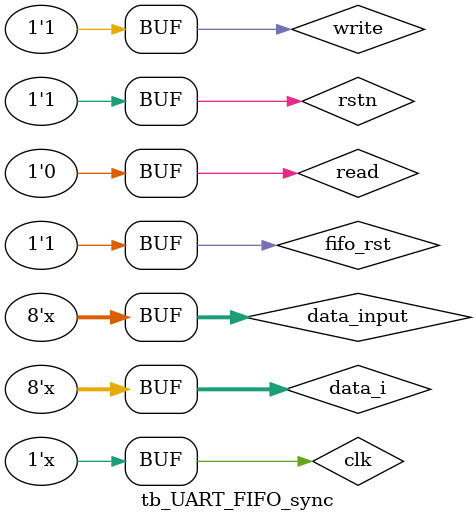
<source format=v>
`timescale 1ns/1ps

module tb_UART_FIFO_sync();

    parameter DEPTH = 16;
    parameter WIDTH = 8;
    //input
    reg                         clk     ;
    reg                         rstn    ;
    reg                         fifo_rst;
    reg                         read    ;
    reg                         write   ;
    reg     [WIDTH-1:0]         data_i  ;
    //output    
    wire                        wfull   ;
    wire                        rempty  ;
    wire    [WIDTH-1:0]         data_o  ;
    wire    [$clog2(DEPTH):0]   fifo_cnt;

    reg     [WIDTH-1:0]         data_input;

    initial
    begin
        clk         =  1'b1;
        rstn        <= 1'b0;
        fifo_rst    <= 1'b0;
        read        <= 1'b0;
        write       <= 1'b0;
        data_i      <= 8'b0;
        data_input  <= 8'b0;
        #20;
        rstn        <= 1'b1;
        fifo_rst    <= 1'b1;

    end

    always #10 clk = ~clk;//20ns,50MHz


    always #20
    begin
        write       <= 1'b1;
        data_i      <= data_input;
        data_input  <= data_input +1'b1;
    end

    always #20
    begin
        read <= 1'b1;
        #20;
        read <= 1'b0;

    end

    UART_FIFO_sync UART_FIFO_sync_inst
                   (
                       //input
                       .clk     (clk     ),
                       .rstn    (rstn    ),
                       .fifo_rst(fifo_rst),
                       .read    (read    ),
                       .write   (write   ),
                       .data_i  (data_i  ),
                       //output
                       .wfull   (wfull   ),
                       .rempty  (rempty  ),
                       .data_o  (data_o  ),
                       .fifo_cnt(fifo_cnt)
                   );
endmodule

</source>
